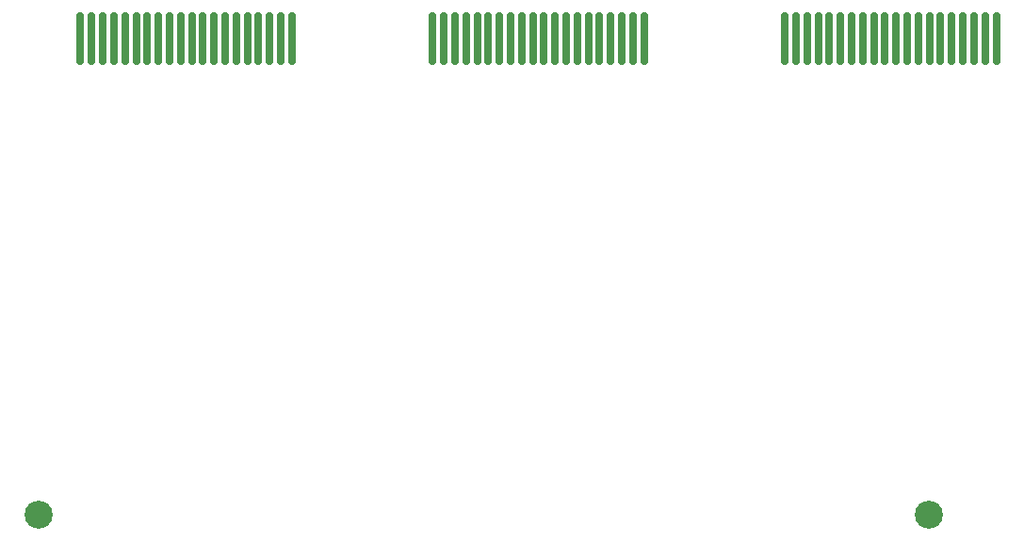
<source format=gbr>
%TF.GenerationSoftware,KiCad,Pcbnew,7.0.5*%
%TF.CreationDate,2023-08-02T13:00:21+02:00*%
%TF.ProjectId,actuator_panel,61637475-6174-46f7-925f-70616e656c2e,rev?*%
%TF.SameCoordinates,Original*%
%TF.FileFunction,Glue,Top*%
%TF.FilePolarity,Positive*%
%FSLAX46Y46*%
G04 Gerber Fmt 4.6, Leading zero omitted, Abs format (unit mm)*
G04 Created by KiCad (PCBNEW 7.0.5) date 2023-08-02 13:00:21*
%MOMM*%
%LPD*%
G01*
G04 APERTURE LIST*
G04 Aperture macros list*
%AMRoundRect*
0 Rectangle with rounded corners*
0 $1 Rounding radius*
0 $2 $3 $4 $5 $6 $7 $8 $9 X,Y pos of 4 corners*
0 Add a 4 corners polygon primitive as box body*
4,1,4,$2,$3,$4,$5,$6,$7,$8,$9,$2,$3,0*
0 Add four circle primitives for the rounded corners*
1,1,$1+$1,$2,$3*
1,1,$1+$1,$4,$5*
1,1,$1+$1,$6,$7*
1,1,$1+$1,$8,$9*
0 Add four rect primitives between the rounded corners*
20,1,$1+$1,$2,$3,$4,$5,0*
20,1,$1+$1,$4,$5,$6,$7,0*
20,1,$1+$1,$6,$7,$8,$9,0*
20,1,$1+$1,$8,$9,$2,$3,0*%
G04 Aperture macros list end*
%ADD10RoundRect,0.150000X-0.150000X-2.200000X0.150000X-2.200000X0.150000X2.200000X-0.150000X2.200000X0*%
%ADD11C,2.510000*%
G04 APERTURE END LIST*
D10*
%TO.C,piezo1*%
X170615000Y-79650000D03*
X171615000Y-79650000D03*
X172615000Y-79650000D03*
X173615000Y-79650000D03*
X174615000Y-79650000D03*
X175615000Y-79650000D03*
X176615000Y-79650000D03*
X177615000Y-79650000D03*
X178615000Y-79650000D03*
X179615000Y-79650000D03*
X180615000Y-79650000D03*
X181615000Y-79650000D03*
X182615000Y-79650000D03*
X183615000Y-79650000D03*
X184615000Y-79650000D03*
X185615000Y-79650000D03*
X186615000Y-79650000D03*
X187615000Y-79650000D03*
X188615000Y-79650000D03*
X189615000Y-79650000D03*
%TD*%
%TO.C,piezo1*%
X107315000Y-79650000D03*
X108315000Y-79650000D03*
X109315000Y-79650000D03*
X110315000Y-79650000D03*
X111315000Y-79650000D03*
X112315000Y-79650000D03*
X113315000Y-79650000D03*
X114315000Y-79650000D03*
X115315000Y-79650000D03*
X116315000Y-79650000D03*
X117315000Y-79650000D03*
X118315000Y-79650000D03*
X119315000Y-79650000D03*
X120315000Y-79650000D03*
X121315000Y-79650000D03*
X122315000Y-79650000D03*
X123315000Y-79650000D03*
X124315000Y-79650000D03*
X125315000Y-79650000D03*
X126315000Y-79650000D03*
%TD*%
%TO.C,piezo1*%
X138965000Y-79650000D03*
X139965000Y-79650000D03*
X140965000Y-79650000D03*
X141965000Y-79650000D03*
X142965000Y-79650000D03*
X143965000Y-79650000D03*
X144965000Y-79650000D03*
X145965000Y-79650000D03*
X146965000Y-79650000D03*
X147965000Y-79650000D03*
X148965000Y-79650000D03*
X149965000Y-79650000D03*
X150965000Y-79650000D03*
X151965000Y-79650000D03*
X152965000Y-79650000D03*
X153965000Y-79650000D03*
X154965000Y-79650000D03*
X155965000Y-79650000D03*
X156965000Y-79650000D03*
X157965000Y-79650000D03*
%TD*%
D11*
%TO.C,REF\u002A\u002A*%
X183525000Y-122500000D03*
%TD*%
%TO.C,REF\u002A\u002A*%
X103525000Y-122500000D03*
%TD*%
M02*

</source>
